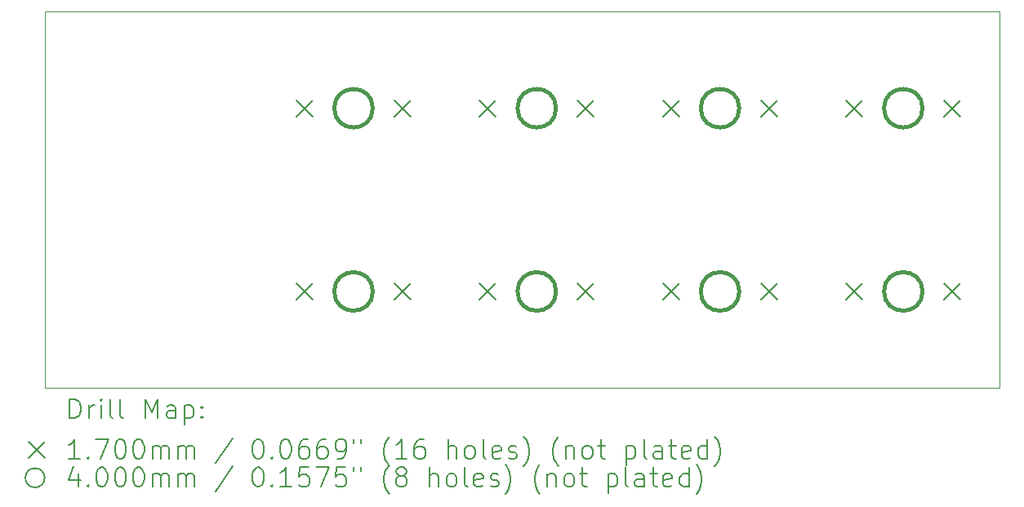
<source format=gbr>
%TF.GenerationSoftware,KiCad,Pcbnew,9.0.7*%
%TF.CreationDate,2026-02-18T19:15:15+11:00*%
%TF.ProjectId,noahs-macropad,6e6f6168-732d-46d6-9163-726f7061642e,rev?*%
%TF.SameCoordinates,Original*%
%TF.FileFunction,Drillmap*%
%TF.FilePolarity,Positive*%
%FSLAX45Y45*%
G04 Gerber Fmt 4.5, Leading zero omitted, Abs format (unit mm)*
G04 Created by KiCad (PCBNEW 9.0.7) date 2026-02-18 19:15:15*
%MOMM*%
%LPD*%
G01*
G04 APERTURE LIST*
%ADD10C,0.050000*%
%ADD11C,0.200000*%
%ADD12C,0.170000*%
%ADD13C,0.400000*%
G04 APERTURE END LIST*
D10*
X2750000Y-9950000D02*
X12650000Y-9950000D01*
X12650000Y-13850000D01*
X2750000Y-13850000D01*
X2750000Y-9950000D01*
D11*
D12*
X5357000Y-10865000D02*
X5527000Y-11035000D01*
X5527000Y-10865000D02*
X5357000Y-11035000D01*
X5357000Y-12765000D02*
X5527000Y-12935000D01*
X5527000Y-12765000D02*
X5357000Y-12935000D01*
X6373000Y-10865000D02*
X6543000Y-11035000D01*
X6543000Y-10865000D02*
X6373000Y-11035000D01*
X6373000Y-12765000D02*
X6543000Y-12935000D01*
X6543000Y-12765000D02*
X6373000Y-12935000D01*
X7257000Y-10865000D02*
X7427000Y-11035000D01*
X7427000Y-10865000D02*
X7257000Y-11035000D01*
X7257000Y-12765000D02*
X7427000Y-12935000D01*
X7427000Y-12765000D02*
X7257000Y-12935000D01*
X8273000Y-10865000D02*
X8443000Y-11035000D01*
X8443000Y-10865000D02*
X8273000Y-11035000D01*
X8273000Y-12765000D02*
X8443000Y-12935000D01*
X8443000Y-12765000D02*
X8273000Y-12935000D01*
X9157000Y-10865000D02*
X9327000Y-11035000D01*
X9327000Y-10865000D02*
X9157000Y-11035000D01*
X9157000Y-12765000D02*
X9327000Y-12935000D01*
X9327000Y-12765000D02*
X9157000Y-12935000D01*
X10173000Y-10865000D02*
X10343000Y-11035000D01*
X10343000Y-10865000D02*
X10173000Y-11035000D01*
X10173000Y-12765000D02*
X10343000Y-12935000D01*
X10343000Y-12765000D02*
X10173000Y-12935000D01*
X11057000Y-10865000D02*
X11227000Y-11035000D01*
X11227000Y-10865000D02*
X11057000Y-11035000D01*
X11057000Y-12765000D02*
X11227000Y-12935000D01*
X11227000Y-12765000D02*
X11057000Y-12935000D01*
X12073000Y-10865000D02*
X12243000Y-11035000D01*
X12243000Y-10865000D02*
X12073000Y-11035000D01*
X12073000Y-12765000D02*
X12243000Y-12935000D01*
X12243000Y-12765000D02*
X12073000Y-12935000D01*
D13*
X6150000Y-10950000D02*
G75*
G02*
X5750000Y-10950000I-200000J0D01*
G01*
X5750000Y-10950000D02*
G75*
G02*
X6150000Y-10950000I200000J0D01*
G01*
X6150000Y-12850000D02*
G75*
G02*
X5750000Y-12850000I-200000J0D01*
G01*
X5750000Y-12850000D02*
G75*
G02*
X6150000Y-12850000I200000J0D01*
G01*
X8050000Y-10950000D02*
G75*
G02*
X7650000Y-10950000I-200000J0D01*
G01*
X7650000Y-10950000D02*
G75*
G02*
X8050000Y-10950000I200000J0D01*
G01*
X8050000Y-12850000D02*
G75*
G02*
X7650000Y-12850000I-200000J0D01*
G01*
X7650000Y-12850000D02*
G75*
G02*
X8050000Y-12850000I200000J0D01*
G01*
X9950000Y-10950000D02*
G75*
G02*
X9550000Y-10950000I-200000J0D01*
G01*
X9550000Y-10950000D02*
G75*
G02*
X9950000Y-10950000I200000J0D01*
G01*
X9950000Y-12850000D02*
G75*
G02*
X9550000Y-12850000I-200000J0D01*
G01*
X9550000Y-12850000D02*
G75*
G02*
X9950000Y-12850000I200000J0D01*
G01*
X11850000Y-10950000D02*
G75*
G02*
X11450000Y-10950000I-200000J0D01*
G01*
X11450000Y-10950000D02*
G75*
G02*
X11850000Y-10950000I200000J0D01*
G01*
X11850000Y-12850000D02*
G75*
G02*
X11450000Y-12850000I-200000J0D01*
G01*
X11450000Y-12850000D02*
G75*
G02*
X11850000Y-12850000I200000J0D01*
G01*
D11*
X3008277Y-14163984D02*
X3008277Y-13963984D01*
X3008277Y-13963984D02*
X3055896Y-13963984D01*
X3055896Y-13963984D02*
X3084467Y-13973508D01*
X3084467Y-13973508D02*
X3103515Y-13992555D01*
X3103515Y-13992555D02*
X3113039Y-14011603D01*
X3113039Y-14011603D02*
X3122562Y-14049698D01*
X3122562Y-14049698D02*
X3122562Y-14078269D01*
X3122562Y-14078269D02*
X3113039Y-14116365D01*
X3113039Y-14116365D02*
X3103515Y-14135412D01*
X3103515Y-14135412D02*
X3084467Y-14154460D01*
X3084467Y-14154460D02*
X3055896Y-14163984D01*
X3055896Y-14163984D02*
X3008277Y-14163984D01*
X3208277Y-14163984D02*
X3208277Y-14030650D01*
X3208277Y-14068746D02*
X3217801Y-14049698D01*
X3217801Y-14049698D02*
X3227324Y-14040174D01*
X3227324Y-14040174D02*
X3246372Y-14030650D01*
X3246372Y-14030650D02*
X3265420Y-14030650D01*
X3332086Y-14163984D02*
X3332086Y-14030650D01*
X3332086Y-13963984D02*
X3322562Y-13973508D01*
X3322562Y-13973508D02*
X3332086Y-13983031D01*
X3332086Y-13983031D02*
X3341610Y-13973508D01*
X3341610Y-13973508D02*
X3332086Y-13963984D01*
X3332086Y-13963984D02*
X3332086Y-13983031D01*
X3455896Y-14163984D02*
X3436848Y-14154460D01*
X3436848Y-14154460D02*
X3427324Y-14135412D01*
X3427324Y-14135412D02*
X3427324Y-13963984D01*
X3560658Y-14163984D02*
X3541610Y-14154460D01*
X3541610Y-14154460D02*
X3532086Y-14135412D01*
X3532086Y-14135412D02*
X3532086Y-13963984D01*
X3789229Y-14163984D02*
X3789229Y-13963984D01*
X3789229Y-13963984D02*
X3855896Y-14106841D01*
X3855896Y-14106841D02*
X3922562Y-13963984D01*
X3922562Y-13963984D02*
X3922562Y-14163984D01*
X4103515Y-14163984D02*
X4103515Y-14059222D01*
X4103515Y-14059222D02*
X4093991Y-14040174D01*
X4093991Y-14040174D02*
X4074943Y-14030650D01*
X4074943Y-14030650D02*
X4036848Y-14030650D01*
X4036848Y-14030650D02*
X4017801Y-14040174D01*
X4103515Y-14154460D02*
X4084467Y-14163984D01*
X4084467Y-14163984D02*
X4036848Y-14163984D01*
X4036848Y-14163984D02*
X4017801Y-14154460D01*
X4017801Y-14154460D02*
X4008277Y-14135412D01*
X4008277Y-14135412D02*
X4008277Y-14116365D01*
X4008277Y-14116365D02*
X4017801Y-14097317D01*
X4017801Y-14097317D02*
X4036848Y-14087793D01*
X4036848Y-14087793D02*
X4084467Y-14087793D01*
X4084467Y-14087793D02*
X4103515Y-14078269D01*
X4198753Y-14030650D02*
X4198753Y-14230650D01*
X4198753Y-14040174D02*
X4217801Y-14030650D01*
X4217801Y-14030650D02*
X4255896Y-14030650D01*
X4255896Y-14030650D02*
X4274944Y-14040174D01*
X4274944Y-14040174D02*
X4284467Y-14049698D01*
X4284467Y-14049698D02*
X4293991Y-14068746D01*
X4293991Y-14068746D02*
X4293991Y-14125888D01*
X4293991Y-14125888D02*
X4284467Y-14144936D01*
X4284467Y-14144936D02*
X4274944Y-14154460D01*
X4274944Y-14154460D02*
X4255896Y-14163984D01*
X4255896Y-14163984D02*
X4217801Y-14163984D01*
X4217801Y-14163984D02*
X4198753Y-14154460D01*
X4379705Y-14144936D02*
X4389229Y-14154460D01*
X4389229Y-14154460D02*
X4379705Y-14163984D01*
X4379705Y-14163984D02*
X4370182Y-14154460D01*
X4370182Y-14154460D02*
X4379705Y-14144936D01*
X4379705Y-14144936D02*
X4379705Y-14163984D01*
X4379705Y-14040174D02*
X4389229Y-14049698D01*
X4389229Y-14049698D02*
X4379705Y-14059222D01*
X4379705Y-14059222D02*
X4370182Y-14049698D01*
X4370182Y-14049698D02*
X4379705Y-14040174D01*
X4379705Y-14040174D02*
X4379705Y-14059222D01*
D12*
X2577500Y-14407500D02*
X2747500Y-14577500D01*
X2747500Y-14407500D02*
X2577500Y-14577500D01*
D11*
X3113039Y-14583984D02*
X2998753Y-14583984D01*
X3055896Y-14583984D02*
X3055896Y-14383984D01*
X3055896Y-14383984D02*
X3036848Y-14412555D01*
X3036848Y-14412555D02*
X3017801Y-14431603D01*
X3017801Y-14431603D02*
X2998753Y-14441127D01*
X3198753Y-14564936D02*
X3208277Y-14574460D01*
X3208277Y-14574460D02*
X3198753Y-14583984D01*
X3198753Y-14583984D02*
X3189229Y-14574460D01*
X3189229Y-14574460D02*
X3198753Y-14564936D01*
X3198753Y-14564936D02*
X3198753Y-14583984D01*
X3274943Y-14383984D02*
X3408277Y-14383984D01*
X3408277Y-14383984D02*
X3322562Y-14583984D01*
X3522562Y-14383984D02*
X3541610Y-14383984D01*
X3541610Y-14383984D02*
X3560658Y-14393508D01*
X3560658Y-14393508D02*
X3570182Y-14403031D01*
X3570182Y-14403031D02*
X3579705Y-14422079D01*
X3579705Y-14422079D02*
X3589229Y-14460174D01*
X3589229Y-14460174D02*
X3589229Y-14507793D01*
X3589229Y-14507793D02*
X3579705Y-14545888D01*
X3579705Y-14545888D02*
X3570182Y-14564936D01*
X3570182Y-14564936D02*
X3560658Y-14574460D01*
X3560658Y-14574460D02*
X3541610Y-14583984D01*
X3541610Y-14583984D02*
X3522562Y-14583984D01*
X3522562Y-14583984D02*
X3503515Y-14574460D01*
X3503515Y-14574460D02*
X3493991Y-14564936D01*
X3493991Y-14564936D02*
X3484467Y-14545888D01*
X3484467Y-14545888D02*
X3474943Y-14507793D01*
X3474943Y-14507793D02*
X3474943Y-14460174D01*
X3474943Y-14460174D02*
X3484467Y-14422079D01*
X3484467Y-14422079D02*
X3493991Y-14403031D01*
X3493991Y-14403031D02*
X3503515Y-14393508D01*
X3503515Y-14393508D02*
X3522562Y-14383984D01*
X3713039Y-14383984D02*
X3732086Y-14383984D01*
X3732086Y-14383984D02*
X3751134Y-14393508D01*
X3751134Y-14393508D02*
X3760658Y-14403031D01*
X3760658Y-14403031D02*
X3770182Y-14422079D01*
X3770182Y-14422079D02*
X3779705Y-14460174D01*
X3779705Y-14460174D02*
X3779705Y-14507793D01*
X3779705Y-14507793D02*
X3770182Y-14545888D01*
X3770182Y-14545888D02*
X3760658Y-14564936D01*
X3760658Y-14564936D02*
X3751134Y-14574460D01*
X3751134Y-14574460D02*
X3732086Y-14583984D01*
X3732086Y-14583984D02*
X3713039Y-14583984D01*
X3713039Y-14583984D02*
X3693991Y-14574460D01*
X3693991Y-14574460D02*
X3684467Y-14564936D01*
X3684467Y-14564936D02*
X3674943Y-14545888D01*
X3674943Y-14545888D02*
X3665420Y-14507793D01*
X3665420Y-14507793D02*
X3665420Y-14460174D01*
X3665420Y-14460174D02*
X3674943Y-14422079D01*
X3674943Y-14422079D02*
X3684467Y-14403031D01*
X3684467Y-14403031D02*
X3693991Y-14393508D01*
X3693991Y-14393508D02*
X3713039Y-14383984D01*
X3865420Y-14583984D02*
X3865420Y-14450650D01*
X3865420Y-14469698D02*
X3874943Y-14460174D01*
X3874943Y-14460174D02*
X3893991Y-14450650D01*
X3893991Y-14450650D02*
X3922563Y-14450650D01*
X3922563Y-14450650D02*
X3941610Y-14460174D01*
X3941610Y-14460174D02*
X3951134Y-14479222D01*
X3951134Y-14479222D02*
X3951134Y-14583984D01*
X3951134Y-14479222D02*
X3960658Y-14460174D01*
X3960658Y-14460174D02*
X3979705Y-14450650D01*
X3979705Y-14450650D02*
X4008277Y-14450650D01*
X4008277Y-14450650D02*
X4027324Y-14460174D01*
X4027324Y-14460174D02*
X4036848Y-14479222D01*
X4036848Y-14479222D02*
X4036848Y-14583984D01*
X4132086Y-14583984D02*
X4132086Y-14450650D01*
X4132086Y-14469698D02*
X4141610Y-14460174D01*
X4141610Y-14460174D02*
X4160658Y-14450650D01*
X4160658Y-14450650D02*
X4189229Y-14450650D01*
X4189229Y-14450650D02*
X4208277Y-14460174D01*
X4208277Y-14460174D02*
X4217801Y-14479222D01*
X4217801Y-14479222D02*
X4217801Y-14583984D01*
X4217801Y-14479222D02*
X4227325Y-14460174D01*
X4227325Y-14460174D02*
X4246372Y-14450650D01*
X4246372Y-14450650D02*
X4274944Y-14450650D01*
X4274944Y-14450650D02*
X4293991Y-14460174D01*
X4293991Y-14460174D02*
X4303515Y-14479222D01*
X4303515Y-14479222D02*
X4303515Y-14583984D01*
X4693991Y-14374460D02*
X4522563Y-14631603D01*
X4951134Y-14383984D02*
X4970182Y-14383984D01*
X4970182Y-14383984D02*
X4989229Y-14393508D01*
X4989229Y-14393508D02*
X4998753Y-14403031D01*
X4998753Y-14403031D02*
X5008277Y-14422079D01*
X5008277Y-14422079D02*
X5017801Y-14460174D01*
X5017801Y-14460174D02*
X5017801Y-14507793D01*
X5017801Y-14507793D02*
X5008277Y-14545888D01*
X5008277Y-14545888D02*
X4998753Y-14564936D01*
X4998753Y-14564936D02*
X4989229Y-14574460D01*
X4989229Y-14574460D02*
X4970182Y-14583984D01*
X4970182Y-14583984D02*
X4951134Y-14583984D01*
X4951134Y-14583984D02*
X4932087Y-14574460D01*
X4932087Y-14574460D02*
X4922563Y-14564936D01*
X4922563Y-14564936D02*
X4913039Y-14545888D01*
X4913039Y-14545888D02*
X4903515Y-14507793D01*
X4903515Y-14507793D02*
X4903515Y-14460174D01*
X4903515Y-14460174D02*
X4913039Y-14422079D01*
X4913039Y-14422079D02*
X4922563Y-14403031D01*
X4922563Y-14403031D02*
X4932087Y-14393508D01*
X4932087Y-14393508D02*
X4951134Y-14383984D01*
X5103515Y-14564936D02*
X5113039Y-14574460D01*
X5113039Y-14574460D02*
X5103515Y-14583984D01*
X5103515Y-14583984D02*
X5093991Y-14574460D01*
X5093991Y-14574460D02*
X5103515Y-14564936D01*
X5103515Y-14564936D02*
X5103515Y-14583984D01*
X5236848Y-14383984D02*
X5255896Y-14383984D01*
X5255896Y-14383984D02*
X5274944Y-14393508D01*
X5274944Y-14393508D02*
X5284468Y-14403031D01*
X5284468Y-14403031D02*
X5293991Y-14422079D01*
X5293991Y-14422079D02*
X5303515Y-14460174D01*
X5303515Y-14460174D02*
X5303515Y-14507793D01*
X5303515Y-14507793D02*
X5293991Y-14545888D01*
X5293991Y-14545888D02*
X5284468Y-14564936D01*
X5284468Y-14564936D02*
X5274944Y-14574460D01*
X5274944Y-14574460D02*
X5255896Y-14583984D01*
X5255896Y-14583984D02*
X5236848Y-14583984D01*
X5236848Y-14583984D02*
X5217801Y-14574460D01*
X5217801Y-14574460D02*
X5208277Y-14564936D01*
X5208277Y-14564936D02*
X5198753Y-14545888D01*
X5198753Y-14545888D02*
X5189229Y-14507793D01*
X5189229Y-14507793D02*
X5189229Y-14460174D01*
X5189229Y-14460174D02*
X5198753Y-14422079D01*
X5198753Y-14422079D02*
X5208277Y-14403031D01*
X5208277Y-14403031D02*
X5217801Y-14393508D01*
X5217801Y-14393508D02*
X5236848Y-14383984D01*
X5474944Y-14383984D02*
X5436848Y-14383984D01*
X5436848Y-14383984D02*
X5417801Y-14393508D01*
X5417801Y-14393508D02*
X5408277Y-14403031D01*
X5408277Y-14403031D02*
X5389229Y-14431603D01*
X5389229Y-14431603D02*
X5379706Y-14469698D01*
X5379706Y-14469698D02*
X5379706Y-14545888D01*
X5379706Y-14545888D02*
X5389229Y-14564936D01*
X5389229Y-14564936D02*
X5398753Y-14574460D01*
X5398753Y-14574460D02*
X5417801Y-14583984D01*
X5417801Y-14583984D02*
X5455896Y-14583984D01*
X5455896Y-14583984D02*
X5474944Y-14574460D01*
X5474944Y-14574460D02*
X5484468Y-14564936D01*
X5484468Y-14564936D02*
X5493991Y-14545888D01*
X5493991Y-14545888D02*
X5493991Y-14498269D01*
X5493991Y-14498269D02*
X5484468Y-14479222D01*
X5484468Y-14479222D02*
X5474944Y-14469698D01*
X5474944Y-14469698D02*
X5455896Y-14460174D01*
X5455896Y-14460174D02*
X5417801Y-14460174D01*
X5417801Y-14460174D02*
X5398753Y-14469698D01*
X5398753Y-14469698D02*
X5389229Y-14479222D01*
X5389229Y-14479222D02*
X5379706Y-14498269D01*
X5665420Y-14383984D02*
X5627325Y-14383984D01*
X5627325Y-14383984D02*
X5608277Y-14393508D01*
X5608277Y-14393508D02*
X5598753Y-14403031D01*
X5598753Y-14403031D02*
X5579706Y-14431603D01*
X5579706Y-14431603D02*
X5570182Y-14469698D01*
X5570182Y-14469698D02*
X5570182Y-14545888D01*
X5570182Y-14545888D02*
X5579706Y-14564936D01*
X5579706Y-14564936D02*
X5589229Y-14574460D01*
X5589229Y-14574460D02*
X5608277Y-14583984D01*
X5608277Y-14583984D02*
X5646372Y-14583984D01*
X5646372Y-14583984D02*
X5665420Y-14574460D01*
X5665420Y-14574460D02*
X5674944Y-14564936D01*
X5674944Y-14564936D02*
X5684467Y-14545888D01*
X5684467Y-14545888D02*
X5684467Y-14498269D01*
X5684467Y-14498269D02*
X5674944Y-14479222D01*
X5674944Y-14479222D02*
X5665420Y-14469698D01*
X5665420Y-14469698D02*
X5646372Y-14460174D01*
X5646372Y-14460174D02*
X5608277Y-14460174D01*
X5608277Y-14460174D02*
X5589229Y-14469698D01*
X5589229Y-14469698D02*
X5579706Y-14479222D01*
X5579706Y-14479222D02*
X5570182Y-14498269D01*
X5779706Y-14583984D02*
X5817801Y-14583984D01*
X5817801Y-14583984D02*
X5836848Y-14574460D01*
X5836848Y-14574460D02*
X5846372Y-14564936D01*
X5846372Y-14564936D02*
X5865420Y-14536365D01*
X5865420Y-14536365D02*
X5874944Y-14498269D01*
X5874944Y-14498269D02*
X5874944Y-14422079D01*
X5874944Y-14422079D02*
X5865420Y-14403031D01*
X5865420Y-14403031D02*
X5855896Y-14393508D01*
X5855896Y-14393508D02*
X5836848Y-14383984D01*
X5836848Y-14383984D02*
X5798753Y-14383984D01*
X5798753Y-14383984D02*
X5779706Y-14393508D01*
X5779706Y-14393508D02*
X5770182Y-14403031D01*
X5770182Y-14403031D02*
X5760658Y-14422079D01*
X5760658Y-14422079D02*
X5760658Y-14469698D01*
X5760658Y-14469698D02*
X5770182Y-14488746D01*
X5770182Y-14488746D02*
X5779706Y-14498269D01*
X5779706Y-14498269D02*
X5798753Y-14507793D01*
X5798753Y-14507793D02*
X5836848Y-14507793D01*
X5836848Y-14507793D02*
X5855896Y-14498269D01*
X5855896Y-14498269D02*
X5865420Y-14488746D01*
X5865420Y-14488746D02*
X5874944Y-14469698D01*
X5951134Y-14383984D02*
X5951134Y-14422079D01*
X6027325Y-14383984D02*
X6027325Y-14422079D01*
X6322563Y-14660174D02*
X6313039Y-14650650D01*
X6313039Y-14650650D02*
X6293991Y-14622079D01*
X6293991Y-14622079D02*
X6284468Y-14603031D01*
X6284468Y-14603031D02*
X6274944Y-14574460D01*
X6274944Y-14574460D02*
X6265420Y-14526841D01*
X6265420Y-14526841D02*
X6265420Y-14488746D01*
X6265420Y-14488746D02*
X6274944Y-14441127D01*
X6274944Y-14441127D02*
X6284468Y-14412555D01*
X6284468Y-14412555D02*
X6293991Y-14393508D01*
X6293991Y-14393508D02*
X6313039Y-14364936D01*
X6313039Y-14364936D02*
X6322563Y-14355412D01*
X6503515Y-14583984D02*
X6389229Y-14583984D01*
X6446372Y-14583984D02*
X6446372Y-14383984D01*
X6446372Y-14383984D02*
X6427325Y-14412555D01*
X6427325Y-14412555D02*
X6408277Y-14431603D01*
X6408277Y-14431603D02*
X6389229Y-14441127D01*
X6674944Y-14383984D02*
X6636848Y-14383984D01*
X6636848Y-14383984D02*
X6617801Y-14393508D01*
X6617801Y-14393508D02*
X6608277Y-14403031D01*
X6608277Y-14403031D02*
X6589229Y-14431603D01*
X6589229Y-14431603D02*
X6579706Y-14469698D01*
X6579706Y-14469698D02*
X6579706Y-14545888D01*
X6579706Y-14545888D02*
X6589229Y-14564936D01*
X6589229Y-14564936D02*
X6598753Y-14574460D01*
X6598753Y-14574460D02*
X6617801Y-14583984D01*
X6617801Y-14583984D02*
X6655896Y-14583984D01*
X6655896Y-14583984D02*
X6674944Y-14574460D01*
X6674944Y-14574460D02*
X6684468Y-14564936D01*
X6684468Y-14564936D02*
X6693991Y-14545888D01*
X6693991Y-14545888D02*
X6693991Y-14498269D01*
X6693991Y-14498269D02*
X6684468Y-14479222D01*
X6684468Y-14479222D02*
X6674944Y-14469698D01*
X6674944Y-14469698D02*
X6655896Y-14460174D01*
X6655896Y-14460174D02*
X6617801Y-14460174D01*
X6617801Y-14460174D02*
X6598753Y-14469698D01*
X6598753Y-14469698D02*
X6589229Y-14479222D01*
X6589229Y-14479222D02*
X6579706Y-14498269D01*
X6932087Y-14583984D02*
X6932087Y-14383984D01*
X7017801Y-14583984D02*
X7017801Y-14479222D01*
X7017801Y-14479222D02*
X7008277Y-14460174D01*
X7008277Y-14460174D02*
X6989230Y-14450650D01*
X6989230Y-14450650D02*
X6960658Y-14450650D01*
X6960658Y-14450650D02*
X6941610Y-14460174D01*
X6941610Y-14460174D02*
X6932087Y-14469698D01*
X7141610Y-14583984D02*
X7122563Y-14574460D01*
X7122563Y-14574460D02*
X7113039Y-14564936D01*
X7113039Y-14564936D02*
X7103515Y-14545888D01*
X7103515Y-14545888D02*
X7103515Y-14488746D01*
X7103515Y-14488746D02*
X7113039Y-14469698D01*
X7113039Y-14469698D02*
X7122563Y-14460174D01*
X7122563Y-14460174D02*
X7141610Y-14450650D01*
X7141610Y-14450650D02*
X7170182Y-14450650D01*
X7170182Y-14450650D02*
X7189230Y-14460174D01*
X7189230Y-14460174D02*
X7198753Y-14469698D01*
X7198753Y-14469698D02*
X7208277Y-14488746D01*
X7208277Y-14488746D02*
X7208277Y-14545888D01*
X7208277Y-14545888D02*
X7198753Y-14564936D01*
X7198753Y-14564936D02*
X7189230Y-14574460D01*
X7189230Y-14574460D02*
X7170182Y-14583984D01*
X7170182Y-14583984D02*
X7141610Y-14583984D01*
X7322563Y-14583984D02*
X7303515Y-14574460D01*
X7303515Y-14574460D02*
X7293991Y-14555412D01*
X7293991Y-14555412D02*
X7293991Y-14383984D01*
X7474944Y-14574460D02*
X7455896Y-14583984D01*
X7455896Y-14583984D02*
X7417801Y-14583984D01*
X7417801Y-14583984D02*
X7398753Y-14574460D01*
X7398753Y-14574460D02*
X7389230Y-14555412D01*
X7389230Y-14555412D02*
X7389230Y-14479222D01*
X7389230Y-14479222D02*
X7398753Y-14460174D01*
X7398753Y-14460174D02*
X7417801Y-14450650D01*
X7417801Y-14450650D02*
X7455896Y-14450650D01*
X7455896Y-14450650D02*
X7474944Y-14460174D01*
X7474944Y-14460174D02*
X7484468Y-14479222D01*
X7484468Y-14479222D02*
X7484468Y-14498269D01*
X7484468Y-14498269D02*
X7389230Y-14517317D01*
X7560658Y-14574460D02*
X7579706Y-14583984D01*
X7579706Y-14583984D02*
X7617801Y-14583984D01*
X7617801Y-14583984D02*
X7636849Y-14574460D01*
X7636849Y-14574460D02*
X7646372Y-14555412D01*
X7646372Y-14555412D02*
X7646372Y-14545888D01*
X7646372Y-14545888D02*
X7636849Y-14526841D01*
X7636849Y-14526841D02*
X7617801Y-14517317D01*
X7617801Y-14517317D02*
X7589230Y-14517317D01*
X7589230Y-14517317D02*
X7570182Y-14507793D01*
X7570182Y-14507793D02*
X7560658Y-14488746D01*
X7560658Y-14488746D02*
X7560658Y-14479222D01*
X7560658Y-14479222D02*
X7570182Y-14460174D01*
X7570182Y-14460174D02*
X7589230Y-14450650D01*
X7589230Y-14450650D02*
X7617801Y-14450650D01*
X7617801Y-14450650D02*
X7636849Y-14460174D01*
X7713039Y-14660174D02*
X7722563Y-14650650D01*
X7722563Y-14650650D02*
X7741611Y-14622079D01*
X7741611Y-14622079D02*
X7751134Y-14603031D01*
X7751134Y-14603031D02*
X7760658Y-14574460D01*
X7760658Y-14574460D02*
X7770182Y-14526841D01*
X7770182Y-14526841D02*
X7770182Y-14488746D01*
X7770182Y-14488746D02*
X7760658Y-14441127D01*
X7760658Y-14441127D02*
X7751134Y-14412555D01*
X7751134Y-14412555D02*
X7741611Y-14393508D01*
X7741611Y-14393508D02*
X7722563Y-14364936D01*
X7722563Y-14364936D02*
X7713039Y-14355412D01*
X8074944Y-14660174D02*
X8065420Y-14650650D01*
X8065420Y-14650650D02*
X8046372Y-14622079D01*
X8046372Y-14622079D02*
X8036849Y-14603031D01*
X8036849Y-14603031D02*
X8027325Y-14574460D01*
X8027325Y-14574460D02*
X8017801Y-14526841D01*
X8017801Y-14526841D02*
X8017801Y-14488746D01*
X8017801Y-14488746D02*
X8027325Y-14441127D01*
X8027325Y-14441127D02*
X8036849Y-14412555D01*
X8036849Y-14412555D02*
X8046372Y-14393508D01*
X8046372Y-14393508D02*
X8065420Y-14364936D01*
X8065420Y-14364936D02*
X8074944Y-14355412D01*
X8151134Y-14450650D02*
X8151134Y-14583984D01*
X8151134Y-14469698D02*
X8160658Y-14460174D01*
X8160658Y-14460174D02*
X8179706Y-14450650D01*
X8179706Y-14450650D02*
X8208277Y-14450650D01*
X8208277Y-14450650D02*
X8227325Y-14460174D01*
X8227325Y-14460174D02*
X8236849Y-14479222D01*
X8236849Y-14479222D02*
X8236849Y-14583984D01*
X8360658Y-14583984D02*
X8341611Y-14574460D01*
X8341611Y-14574460D02*
X8332087Y-14564936D01*
X8332087Y-14564936D02*
X8322563Y-14545888D01*
X8322563Y-14545888D02*
X8322563Y-14488746D01*
X8322563Y-14488746D02*
X8332087Y-14469698D01*
X8332087Y-14469698D02*
X8341611Y-14460174D01*
X8341611Y-14460174D02*
X8360658Y-14450650D01*
X8360658Y-14450650D02*
X8389230Y-14450650D01*
X8389230Y-14450650D02*
X8408277Y-14460174D01*
X8408277Y-14460174D02*
X8417801Y-14469698D01*
X8417801Y-14469698D02*
X8427325Y-14488746D01*
X8427325Y-14488746D02*
X8427325Y-14545888D01*
X8427325Y-14545888D02*
X8417801Y-14564936D01*
X8417801Y-14564936D02*
X8408277Y-14574460D01*
X8408277Y-14574460D02*
X8389230Y-14583984D01*
X8389230Y-14583984D02*
X8360658Y-14583984D01*
X8484468Y-14450650D02*
X8560658Y-14450650D01*
X8513039Y-14383984D02*
X8513039Y-14555412D01*
X8513039Y-14555412D02*
X8522563Y-14574460D01*
X8522563Y-14574460D02*
X8541611Y-14583984D01*
X8541611Y-14583984D02*
X8560658Y-14583984D01*
X8779706Y-14450650D02*
X8779706Y-14650650D01*
X8779706Y-14460174D02*
X8798754Y-14450650D01*
X8798754Y-14450650D02*
X8836849Y-14450650D01*
X8836849Y-14450650D02*
X8855896Y-14460174D01*
X8855896Y-14460174D02*
X8865420Y-14469698D01*
X8865420Y-14469698D02*
X8874944Y-14488746D01*
X8874944Y-14488746D02*
X8874944Y-14545888D01*
X8874944Y-14545888D02*
X8865420Y-14564936D01*
X8865420Y-14564936D02*
X8855896Y-14574460D01*
X8855896Y-14574460D02*
X8836849Y-14583984D01*
X8836849Y-14583984D02*
X8798754Y-14583984D01*
X8798754Y-14583984D02*
X8779706Y-14574460D01*
X8989230Y-14583984D02*
X8970182Y-14574460D01*
X8970182Y-14574460D02*
X8960658Y-14555412D01*
X8960658Y-14555412D02*
X8960658Y-14383984D01*
X9151135Y-14583984D02*
X9151135Y-14479222D01*
X9151135Y-14479222D02*
X9141611Y-14460174D01*
X9141611Y-14460174D02*
X9122563Y-14450650D01*
X9122563Y-14450650D02*
X9084468Y-14450650D01*
X9084468Y-14450650D02*
X9065420Y-14460174D01*
X9151135Y-14574460D02*
X9132087Y-14583984D01*
X9132087Y-14583984D02*
X9084468Y-14583984D01*
X9084468Y-14583984D02*
X9065420Y-14574460D01*
X9065420Y-14574460D02*
X9055896Y-14555412D01*
X9055896Y-14555412D02*
X9055896Y-14536365D01*
X9055896Y-14536365D02*
X9065420Y-14517317D01*
X9065420Y-14517317D02*
X9084468Y-14507793D01*
X9084468Y-14507793D02*
X9132087Y-14507793D01*
X9132087Y-14507793D02*
X9151135Y-14498269D01*
X9217801Y-14450650D02*
X9293992Y-14450650D01*
X9246373Y-14383984D02*
X9246373Y-14555412D01*
X9246373Y-14555412D02*
X9255896Y-14574460D01*
X9255896Y-14574460D02*
X9274944Y-14583984D01*
X9274944Y-14583984D02*
X9293992Y-14583984D01*
X9436849Y-14574460D02*
X9417801Y-14583984D01*
X9417801Y-14583984D02*
X9379706Y-14583984D01*
X9379706Y-14583984D02*
X9360658Y-14574460D01*
X9360658Y-14574460D02*
X9351135Y-14555412D01*
X9351135Y-14555412D02*
X9351135Y-14479222D01*
X9351135Y-14479222D02*
X9360658Y-14460174D01*
X9360658Y-14460174D02*
X9379706Y-14450650D01*
X9379706Y-14450650D02*
X9417801Y-14450650D01*
X9417801Y-14450650D02*
X9436849Y-14460174D01*
X9436849Y-14460174D02*
X9446373Y-14479222D01*
X9446373Y-14479222D02*
X9446373Y-14498269D01*
X9446373Y-14498269D02*
X9351135Y-14517317D01*
X9617801Y-14583984D02*
X9617801Y-14383984D01*
X9617801Y-14574460D02*
X9598754Y-14583984D01*
X9598754Y-14583984D02*
X9560658Y-14583984D01*
X9560658Y-14583984D02*
X9541611Y-14574460D01*
X9541611Y-14574460D02*
X9532087Y-14564936D01*
X9532087Y-14564936D02*
X9522563Y-14545888D01*
X9522563Y-14545888D02*
X9522563Y-14488746D01*
X9522563Y-14488746D02*
X9532087Y-14469698D01*
X9532087Y-14469698D02*
X9541611Y-14460174D01*
X9541611Y-14460174D02*
X9560658Y-14450650D01*
X9560658Y-14450650D02*
X9598754Y-14450650D01*
X9598754Y-14450650D02*
X9617801Y-14460174D01*
X9693992Y-14660174D02*
X9703516Y-14650650D01*
X9703516Y-14650650D02*
X9722563Y-14622079D01*
X9722563Y-14622079D02*
X9732087Y-14603031D01*
X9732087Y-14603031D02*
X9741611Y-14574460D01*
X9741611Y-14574460D02*
X9751135Y-14526841D01*
X9751135Y-14526841D02*
X9751135Y-14488746D01*
X9751135Y-14488746D02*
X9741611Y-14441127D01*
X9741611Y-14441127D02*
X9732087Y-14412555D01*
X9732087Y-14412555D02*
X9722563Y-14393508D01*
X9722563Y-14393508D02*
X9703516Y-14364936D01*
X9703516Y-14364936D02*
X9693992Y-14355412D01*
X2747500Y-14782500D02*
G75*
G02*
X2547500Y-14782500I-100000J0D01*
G01*
X2547500Y-14782500D02*
G75*
G02*
X2747500Y-14782500I100000J0D01*
G01*
X3093991Y-14740650D02*
X3093991Y-14873984D01*
X3046372Y-14664460D02*
X2998753Y-14807317D01*
X2998753Y-14807317D02*
X3122562Y-14807317D01*
X3198753Y-14854936D02*
X3208277Y-14864460D01*
X3208277Y-14864460D02*
X3198753Y-14873984D01*
X3198753Y-14873984D02*
X3189229Y-14864460D01*
X3189229Y-14864460D02*
X3198753Y-14854936D01*
X3198753Y-14854936D02*
X3198753Y-14873984D01*
X3332086Y-14673984D02*
X3351134Y-14673984D01*
X3351134Y-14673984D02*
X3370182Y-14683508D01*
X3370182Y-14683508D02*
X3379705Y-14693031D01*
X3379705Y-14693031D02*
X3389229Y-14712079D01*
X3389229Y-14712079D02*
X3398753Y-14750174D01*
X3398753Y-14750174D02*
X3398753Y-14797793D01*
X3398753Y-14797793D02*
X3389229Y-14835888D01*
X3389229Y-14835888D02*
X3379705Y-14854936D01*
X3379705Y-14854936D02*
X3370182Y-14864460D01*
X3370182Y-14864460D02*
X3351134Y-14873984D01*
X3351134Y-14873984D02*
X3332086Y-14873984D01*
X3332086Y-14873984D02*
X3313039Y-14864460D01*
X3313039Y-14864460D02*
X3303515Y-14854936D01*
X3303515Y-14854936D02*
X3293991Y-14835888D01*
X3293991Y-14835888D02*
X3284467Y-14797793D01*
X3284467Y-14797793D02*
X3284467Y-14750174D01*
X3284467Y-14750174D02*
X3293991Y-14712079D01*
X3293991Y-14712079D02*
X3303515Y-14693031D01*
X3303515Y-14693031D02*
X3313039Y-14683508D01*
X3313039Y-14683508D02*
X3332086Y-14673984D01*
X3522562Y-14673984D02*
X3541610Y-14673984D01*
X3541610Y-14673984D02*
X3560658Y-14683508D01*
X3560658Y-14683508D02*
X3570182Y-14693031D01*
X3570182Y-14693031D02*
X3579705Y-14712079D01*
X3579705Y-14712079D02*
X3589229Y-14750174D01*
X3589229Y-14750174D02*
X3589229Y-14797793D01*
X3589229Y-14797793D02*
X3579705Y-14835888D01*
X3579705Y-14835888D02*
X3570182Y-14854936D01*
X3570182Y-14854936D02*
X3560658Y-14864460D01*
X3560658Y-14864460D02*
X3541610Y-14873984D01*
X3541610Y-14873984D02*
X3522562Y-14873984D01*
X3522562Y-14873984D02*
X3503515Y-14864460D01*
X3503515Y-14864460D02*
X3493991Y-14854936D01*
X3493991Y-14854936D02*
X3484467Y-14835888D01*
X3484467Y-14835888D02*
X3474943Y-14797793D01*
X3474943Y-14797793D02*
X3474943Y-14750174D01*
X3474943Y-14750174D02*
X3484467Y-14712079D01*
X3484467Y-14712079D02*
X3493991Y-14693031D01*
X3493991Y-14693031D02*
X3503515Y-14683508D01*
X3503515Y-14683508D02*
X3522562Y-14673984D01*
X3713039Y-14673984D02*
X3732086Y-14673984D01*
X3732086Y-14673984D02*
X3751134Y-14683508D01*
X3751134Y-14683508D02*
X3760658Y-14693031D01*
X3760658Y-14693031D02*
X3770182Y-14712079D01*
X3770182Y-14712079D02*
X3779705Y-14750174D01*
X3779705Y-14750174D02*
X3779705Y-14797793D01*
X3779705Y-14797793D02*
X3770182Y-14835888D01*
X3770182Y-14835888D02*
X3760658Y-14854936D01*
X3760658Y-14854936D02*
X3751134Y-14864460D01*
X3751134Y-14864460D02*
X3732086Y-14873984D01*
X3732086Y-14873984D02*
X3713039Y-14873984D01*
X3713039Y-14873984D02*
X3693991Y-14864460D01*
X3693991Y-14864460D02*
X3684467Y-14854936D01*
X3684467Y-14854936D02*
X3674943Y-14835888D01*
X3674943Y-14835888D02*
X3665420Y-14797793D01*
X3665420Y-14797793D02*
X3665420Y-14750174D01*
X3665420Y-14750174D02*
X3674943Y-14712079D01*
X3674943Y-14712079D02*
X3684467Y-14693031D01*
X3684467Y-14693031D02*
X3693991Y-14683508D01*
X3693991Y-14683508D02*
X3713039Y-14673984D01*
X3865420Y-14873984D02*
X3865420Y-14740650D01*
X3865420Y-14759698D02*
X3874943Y-14750174D01*
X3874943Y-14750174D02*
X3893991Y-14740650D01*
X3893991Y-14740650D02*
X3922563Y-14740650D01*
X3922563Y-14740650D02*
X3941610Y-14750174D01*
X3941610Y-14750174D02*
X3951134Y-14769222D01*
X3951134Y-14769222D02*
X3951134Y-14873984D01*
X3951134Y-14769222D02*
X3960658Y-14750174D01*
X3960658Y-14750174D02*
X3979705Y-14740650D01*
X3979705Y-14740650D02*
X4008277Y-14740650D01*
X4008277Y-14740650D02*
X4027324Y-14750174D01*
X4027324Y-14750174D02*
X4036848Y-14769222D01*
X4036848Y-14769222D02*
X4036848Y-14873984D01*
X4132086Y-14873984D02*
X4132086Y-14740650D01*
X4132086Y-14759698D02*
X4141610Y-14750174D01*
X4141610Y-14750174D02*
X4160658Y-14740650D01*
X4160658Y-14740650D02*
X4189229Y-14740650D01*
X4189229Y-14740650D02*
X4208277Y-14750174D01*
X4208277Y-14750174D02*
X4217801Y-14769222D01*
X4217801Y-14769222D02*
X4217801Y-14873984D01*
X4217801Y-14769222D02*
X4227325Y-14750174D01*
X4227325Y-14750174D02*
X4246372Y-14740650D01*
X4246372Y-14740650D02*
X4274944Y-14740650D01*
X4274944Y-14740650D02*
X4293991Y-14750174D01*
X4293991Y-14750174D02*
X4303515Y-14769222D01*
X4303515Y-14769222D02*
X4303515Y-14873984D01*
X4693991Y-14664460D02*
X4522563Y-14921603D01*
X4951134Y-14673984D02*
X4970182Y-14673984D01*
X4970182Y-14673984D02*
X4989229Y-14683508D01*
X4989229Y-14683508D02*
X4998753Y-14693031D01*
X4998753Y-14693031D02*
X5008277Y-14712079D01*
X5008277Y-14712079D02*
X5017801Y-14750174D01*
X5017801Y-14750174D02*
X5017801Y-14797793D01*
X5017801Y-14797793D02*
X5008277Y-14835888D01*
X5008277Y-14835888D02*
X4998753Y-14854936D01*
X4998753Y-14854936D02*
X4989229Y-14864460D01*
X4989229Y-14864460D02*
X4970182Y-14873984D01*
X4970182Y-14873984D02*
X4951134Y-14873984D01*
X4951134Y-14873984D02*
X4932087Y-14864460D01*
X4932087Y-14864460D02*
X4922563Y-14854936D01*
X4922563Y-14854936D02*
X4913039Y-14835888D01*
X4913039Y-14835888D02*
X4903515Y-14797793D01*
X4903515Y-14797793D02*
X4903515Y-14750174D01*
X4903515Y-14750174D02*
X4913039Y-14712079D01*
X4913039Y-14712079D02*
X4922563Y-14693031D01*
X4922563Y-14693031D02*
X4932087Y-14683508D01*
X4932087Y-14683508D02*
X4951134Y-14673984D01*
X5103515Y-14854936D02*
X5113039Y-14864460D01*
X5113039Y-14864460D02*
X5103515Y-14873984D01*
X5103515Y-14873984D02*
X5093991Y-14864460D01*
X5093991Y-14864460D02*
X5103515Y-14854936D01*
X5103515Y-14854936D02*
X5103515Y-14873984D01*
X5303515Y-14873984D02*
X5189229Y-14873984D01*
X5246372Y-14873984D02*
X5246372Y-14673984D01*
X5246372Y-14673984D02*
X5227325Y-14702555D01*
X5227325Y-14702555D02*
X5208277Y-14721603D01*
X5208277Y-14721603D02*
X5189229Y-14731127D01*
X5484468Y-14673984D02*
X5389229Y-14673984D01*
X5389229Y-14673984D02*
X5379706Y-14769222D01*
X5379706Y-14769222D02*
X5389229Y-14759698D01*
X5389229Y-14759698D02*
X5408277Y-14750174D01*
X5408277Y-14750174D02*
X5455896Y-14750174D01*
X5455896Y-14750174D02*
X5474944Y-14759698D01*
X5474944Y-14759698D02*
X5484468Y-14769222D01*
X5484468Y-14769222D02*
X5493991Y-14788269D01*
X5493991Y-14788269D02*
X5493991Y-14835888D01*
X5493991Y-14835888D02*
X5484468Y-14854936D01*
X5484468Y-14854936D02*
X5474944Y-14864460D01*
X5474944Y-14864460D02*
X5455896Y-14873984D01*
X5455896Y-14873984D02*
X5408277Y-14873984D01*
X5408277Y-14873984D02*
X5389229Y-14864460D01*
X5389229Y-14864460D02*
X5379706Y-14854936D01*
X5560658Y-14673984D02*
X5693991Y-14673984D01*
X5693991Y-14673984D02*
X5608277Y-14873984D01*
X5865420Y-14673984D02*
X5770182Y-14673984D01*
X5770182Y-14673984D02*
X5760658Y-14769222D01*
X5760658Y-14769222D02*
X5770182Y-14759698D01*
X5770182Y-14759698D02*
X5789229Y-14750174D01*
X5789229Y-14750174D02*
X5836848Y-14750174D01*
X5836848Y-14750174D02*
X5855896Y-14759698D01*
X5855896Y-14759698D02*
X5865420Y-14769222D01*
X5865420Y-14769222D02*
X5874944Y-14788269D01*
X5874944Y-14788269D02*
X5874944Y-14835888D01*
X5874944Y-14835888D02*
X5865420Y-14854936D01*
X5865420Y-14854936D02*
X5855896Y-14864460D01*
X5855896Y-14864460D02*
X5836848Y-14873984D01*
X5836848Y-14873984D02*
X5789229Y-14873984D01*
X5789229Y-14873984D02*
X5770182Y-14864460D01*
X5770182Y-14864460D02*
X5760658Y-14854936D01*
X5951134Y-14673984D02*
X5951134Y-14712079D01*
X6027325Y-14673984D02*
X6027325Y-14712079D01*
X6322563Y-14950174D02*
X6313039Y-14940650D01*
X6313039Y-14940650D02*
X6293991Y-14912079D01*
X6293991Y-14912079D02*
X6284468Y-14893031D01*
X6284468Y-14893031D02*
X6274944Y-14864460D01*
X6274944Y-14864460D02*
X6265420Y-14816841D01*
X6265420Y-14816841D02*
X6265420Y-14778746D01*
X6265420Y-14778746D02*
X6274944Y-14731127D01*
X6274944Y-14731127D02*
X6284468Y-14702555D01*
X6284468Y-14702555D02*
X6293991Y-14683508D01*
X6293991Y-14683508D02*
X6313039Y-14654936D01*
X6313039Y-14654936D02*
X6322563Y-14645412D01*
X6427325Y-14759698D02*
X6408277Y-14750174D01*
X6408277Y-14750174D02*
X6398753Y-14740650D01*
X6398753Y-14740650D02*
X6389229Y-14721603D01*
X6389229Y-14721603D02*
X6389229Y-14712079D01*
X6389229Y-14712079D02*
X6398753Y-14693031D01*
X6398753Y-14693031D02*
X6408277Y-14683508D01*
X6408277Y-14683508D02*
X6427325Y-14673984D01*
X6427325Y-14673984D02*
X6465420Y-14673984D01*
X6465420Y-14673984D02*
X6484468Y-14683508D01*
X6484468Y-14683508D02*
X6493991Y-14693031D01*
X6493991Y-14693031D02*
X6503515Y-14712079D01*
X6503515Y-14712079D02*
X6503515Y-14721603D01*
X6503515Y-14721603D02*
X6493991Y-14740650D01*
X6493991Y-14740650D02*
X6484468Y-14750174D01*
X6484468Y-14750174D02*
X6465420Y-14759698D01*
X6465420Y-14759698D02*
X6427325Y-14759698D01*
X6427325Y-14759698D02*
X6408277Y-14769222D01*
X6408277Y-14769222D02*
X6398753Y-14778746D01*
X6398753Y-14778746D02*
X6389229Y-14797793D01*
X6389229Y-14797793D02*
X6389229Y-14835888D01*
X6389229Y-14835888D02*
X6398753Y-14854936D01*
X6398753Y-14854936D02*
X6408277Y-14864460D01*
X6408277Y-14864460D02*
X6427325Y-14873984D01*
X6427325Y-14873984D02*
X6465420Y-14873984D01*
X6465420Y-14873984D02*
X6484468Y-14864460D01*
X6484468Y-14864460D02*
X6493991Y-14854936D01*
X6493991Y-14854936D02*
X6503515Y-14835888D01*
X6503515Y-14835888D02*
X6503515Y-14797793D01*
X6503515Y-14797793D02*
X6493991Y-14778746D01*
X6493991Y-14778746D02*
X6484468Y-14769222D01*
X6484468Y-14769222D02*
X6465420Y-14759698D01*
X6741610Y-14873984D02*
X6741610Y-14673984D01*
X6827325Y-14873984D02*
X6827325Y-14769222D01*
X6827325Y-14769222D02*
X6817801Y-14750174D01*
X6817801Y-14750174D02*
X6798753Y-14740650D01*
X6798753Y-14740650D02*
X6770182Y-14740650D01*
X6770182Y-14740650D02*
X6751134Y-14750174D01*
X6751134Y-14750174D02*
X6741610Y-14759698D01*
X6951134Y-14873984D02*
X6932087Y-14864460D01*
X6932087Y-14864460D02*
X6922563Y-14854936D01*
X6922563Y-14854936D02*
X6913039Y-14835888D01*
X6913039Y-14835888D02*
X6913039Y-14778746D01*
X6913039Y-14778746D02*
X6922563Y-14759698D01*
X6922563Y-14759698D02*
X6932087Y-14750174D01*
X6932087Y-14750174D02*
X6951134Y-14740650D01*
X6951134Y-14740650D02*
X6979706Y-14740650D01*
X6979706Y-14740650D02*
X6998753Y-14750174D01*
X6998753Y-14750174D02*
X7008277Y-14759698D01*
X7008277Y-14759698D02*
X7017801Y-14778746D01*
X7017801Y-14778746D02*
X7017801Y-14835888D01*
X7017801Y-14835888D02*
X7008277Y-14854936D01*
X7008277Y-14854936D02*
X6998753Y-14864460D01*
X6998753Y-14864460D02*
X6979706Y-14873984D01*
X6979706Y-14873984D02*
X6951134Y-14873984D01*
X7132087Y-14873984D02*
X7113039Y-14864460D01*
X7113039Y-14864460D02*
X7103515Y-14845412D01*
X7103515Y-14845412D02*
X7103515Y-14673984D01*
X7284468Y-14864460D02*
X7265420Y-14873984D01*
X7265420Y-14873984D02*
X7227325Y-14873984D01*
X7227325Y-14873984D02*
X7208277Y-14864460D01*
X7208277Y-14864460D02*
X7198753Y-14845412D01*
X7198753Y-14845412D02*
X7198753Y-14769222D01*
X7198753Y-14769222D02*
X7208277Y-14750174D01*
X7208277Y-14750174D02*
X7227325Y-14740650D01*
X7227325Y-14740650D02*
X7265420Y-14740650D01*
X7265420Y-14740650D02*
X7284468Y-14750174D01*
X7284468Y-14750174D02*
X7293991Y-14769222D01*
X7293991Y-14769222D02*
X7293991Y-14788269D01*
X7293991Y-14788269D02*
X7198753Y-14807317D01*
X7370182Y-14864460D02*
X7389230Y-14873984D01*
X7389230Y-14873984D02*
X7427325Y-14873984D01*
X7427325Y-14873984D02*
X7446372Y-14864460D01*
X7446372Y-14864460D02*
X7455896Y-14845412D01*
X7455896Y-14845412D02*
X7455896Y-14835888D01*
X7455896Y-14835888D02*
X7446372Y-14816841D01*
X7446372Y-14816841D02*
X7427325Y-14807317D01*
X7427325Y-14807317D02*
X7398753Y-14807317D01*
X7398753Y-14807317D02*
X7379706Y-14797793D01*
X7379706Y-14797793D02*
X7370182Y-14778746D01*
X7370182Y-14778746D02*
X7370182Y-14769222D01*
X7370182Y-14769222D02*
X7379706Y-14750174D01*
X7379706Y-14750174D02*
X7398753Y-14740650D01*
X7398753Y-14740650D02*
X7427325Y-14740650D01*
X7427325Y-14740650D02*
X7446372Y-14750174D01*
X7522563Y-14950174D02*
X7532087Y-14940650D01*
X7532087Y-14940650D02*
X7551134Y-14912079D01*
X7551134Y-14912079D02*
X7560658Y-14893031D01*
X7560658Y-14893031D02*
X7570182Y-14864460D01*
X7570182Y-14864460D02*
X7579706Y-14816841D01*
X7579706Y-14816841D02*
X7579706Y-14778746D01*
X7579706Y-14778746D02*
X7570182Y-14731127D01*
X7570182Y-14731127D02*
X7560658Y-14702555D01*
X7560658Y-14702555D02*
X7551134Y-14683508D01*
X7551134Y-14683508D02*
X7532087Y-14654936D01*
X7532087Y-14654936D02*
X7522563Y-14645412D01*
X7884468Y-14950174D02*
X7874944Y-14940650D01*
X7874944Y-14940650D02*
X7855896Y-14912079D01*
X7855896Y-14912079D02*
X7846372Y-14893031D01*
X7846372Y-14893031D02*
X7836849Y-14864460D01*
X7836849Y-14864460D02*
X7827325Y-14816841D01*
X7827325Y-14816841D02*
X7827325Y-14778746D01*
X7827325Y-14778746D02*
X7836849Y-14731127D01*
X7836849Y-14731127D02*
X7846372Y-14702555D01*
X7846372Y-14702555D02*
X7855896Y-14683508D01*
X7855896Y-14683508D02*
X7874944Y-14654936D01*
X7874944Y-14654936D02*
X7884468Y-14645412D01*
X7960658Y-14740650D02*
X7960658Y-14873984D01*
X7960658Y-14759698D02*
X7970182Y-14750174D01*
X7970182Y-14750174D02*
X7989230Y-14740650D01*
X7989230Y-14740650D02*
X8017801Y-14740650D01*
X8017801Y-14740650D02*
X8036849Y-14750174D01*
X8036849Y-14750174D02*
X8046372Y-14769222D01*
X8046372Y-14769222D02*
X8046372Y-14873984D01*
X8170182Y-14873984D02*
X8151134Y-14864460D01*
X8151134Y-14864460D02*
X8141611Y-14854936D01*
X8141611Y-14854936D02*
X8132087Y-14835888D01*
X8132087Y-14835888D02*
X8132087Y-14778746D01*
X8132087Y-14778746D02*
X8141611Y-14759698D01*
X8141611Y-14759698D02*
X8151134Y-14750174D01*
X8151134Y-14750174D02*
X8170182Y-14740650D01*
X8170182Y-14740650D02*
X8198753Y-14740650D01*
X8198753Y-14740650D02*
X8217801Y-14750174D01*
X8217801Y-14750174D02*
X8227325Y-14759698D01*
X8227325Y-14759698D02*
X8236849Y-14778746D01*
X8236849Y-14778746D02*
X8236849Y-14835888D01*
X8236849Y-14835888D02*
X8227325Y-14854936D01*
X8227325Y-14854936D02*
X8217801Y-14864460D01*
X8217801Y-14864460D02*
X8198753Y-14873984D01*
X8198753Y-14873984D02*
X8170182Y-14873984D01*
X8293992Y-14740650D02*
X8370182Y-14740650D01*
X8322563Y-14673984D02*
X8322563Y-14845412D01*
X8322563Y-14845412D02*
X8332087Y-14864460D01*
X8332087Y-14864460D02*
X8351134Y-14873984D01*
X8351134Y-14873984D02*
X8370182Y-14873984D01*
X8589230Y-14740650D02*
X8589230Y-14940650D01*
X8589230Y-14750174D02*
X8608277Y-14740650D01*
X8608277Y-14740650D02*
X8646373Y-14740650D01*
X8646373Y-14740650D02*
X8665420Y-14750174D01*
X8665420Y-14750174D02*
X8674944Y-14759698D01*
X8674944Y-14759698D02*
X8684468Y-14778746D01*
X8684468Y-14778746D02*
X8684468Y-14835888D01*
X8684468Y-14835888D02*
X8674944Y-14854936D01*
X8674944Y-14854936D02*
X8665420Y-14864460D01*
X8665420Y-14864460D02*
X8646373Y-14873984D01*
X8646373Y-14873984D02*
X8608277Y-14873984D01*
X8608277Y-14873984D02*
X8589230Y-14864460D01*
X8798754Y-14873984D02*
X8779706Y-14864460D01*
X8779706Y-14864460D02*
X8770182Y-14845412D01*
X8770182Y-14845412D02*
X8770182Y-14673984D01*
X8960658Y-14873984D02*
X8960658Y-14769222D01*
X8960658Y-14769222D02*
X8951135Y-14750174D01*
X8951135Y-14750174D02*
X8932087Y-14740650D01*
X8932087Y-14740650D02*
X8893992Y-14740650D01*
X8893992Y-14740650D02*
X8874944Y-14750174D01*
X8960658Y-14864460D02*
X8941611Y-14873984D01*
X8941611Y-14873984D02*
X8893992Y-14873984D01*
X8893992Y-14873984D02*
X8874944Y-14864460D01*
X8874944Y-14864460D02*
X8865420Y-14845412D01*
X8865420Y-14845412D02*
X8865420Y-14826365D01*
X8865420Y-14826365D02*
X8874944Y-14807317D01*
X8874944Y-14807317D02*
X8893992Y-14797793D01*
X8893992Y-14797793D02*
X8941611Y-14797793D01*
X8941611Y-14797793D02*
X8960658Y-14788269D01*
X9027325Y-14740650D02*
X9103515Y-14740650D01*
X9055896Y-14673984D02*
X9055896Y-14845412D01*
X9055896Y-14845412D02*
X9065420Y-14864460D01*
X9065420Y-14864460D02*
X9084468Y-14873984D01*
X9084468Y-14873984D02*
X9103515Y-14873984D01*
X9246373Y-14864460D02*
X9227325Y-14873984D01*
X9227325Y-14873984D02*
X9189230Y-14873984D01*
X9189230Y-14873984D02*
X9170182Y-14864460D01*
X9170182Y-14864460D02*
X9160658Y-14845412D01*
X9160658Y-14845412D02*
X9160658Y-14769222D01*
X9160658Y-14769222D02*
X9170182Y-14750174D01*
X9170182Y-14750174D02*
X9189230Y-14740650D01*
X9189230Y-14740650D02*
X9227325Y-14740650D01*
X9227325Y-14740650D02*
X9246373Y-14750174D01*
X9246373Y-14750174D02*
X9255896Y-14769222D01*
X9255896Y-14769222D02*
X9255896Y-14788269D01*
X9255896Y-14788269D02*
X9160658Y-14807317D01*
X9427325Y-14873984D02*
X9427325Y-14673984D01*
X9427325Y-14864460D02*
X9408277Y-14873984D01*
X9408277Y-14873984D02*
X9370182Y-14873984D01*
X9370182Y-14873984D02*
X9351135Y-14864460D01*
X9351135Y-14864460D02*
X9341611Y-14854936D01*
X9341611Y-14854936D02*
X9332087Y-14835888D01*
X9332087Y-14835888D02*
X9332087Y-14778746D01*
X9332087Y-14778746D02*
X9341611Y-14759698D01*
X9341611Y-14759698D02*
X9351135Y-14750174D01*
X9351135Y-14750174D02*
X9370182Y-14740650D01*
X9370182Y-14740650D02*
X9408277Y-14740650D01*
X9408277Y-14740650D02*
X9427325Y-14750174D01*
X9503516Y-14950174D02*
X9513039Y-14940650D01*
X9513039Y-14940650D02*
X9532087Y-14912079D01*
X9532087Y-14912079D02*
X9541611Y-14893031D01*
X9541611Y-14893031D02*
X9551135Y-14864460D01*
X9551135Y-14864460D02*
X9560658Y-14816841D01*
X9560658Y-14816841D02*
X9560658Y-14778746D01*
X9560658Y-14778746D02*
X9551135Y-14731127D01*
X9551135Y-14731127D02*
X9541611Y-14702555D01*
X9541611Y-14702555D02*
X9532087Y-14683508D01*
X9532087Y-14683508D02*
X9513039Y-14654936D01*
X9513039Y-14654936D02*
X9503516Y-14645412D01*
M02*

</source>
